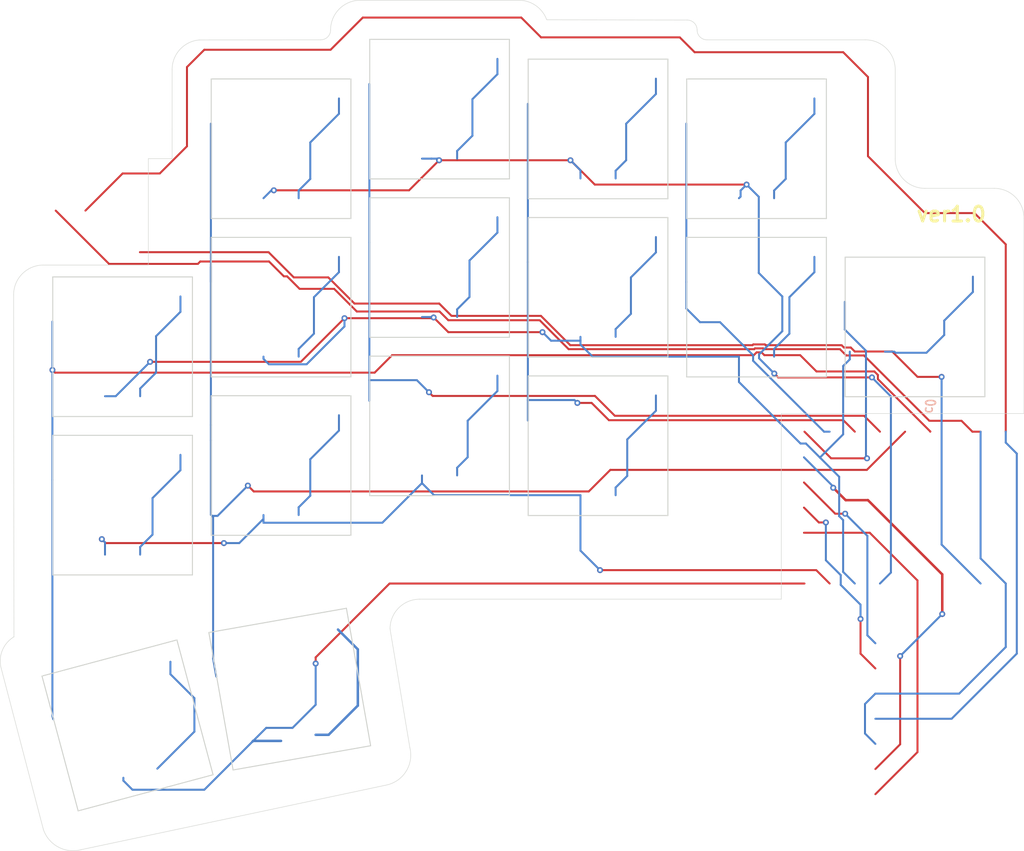
<source format=kicad_pcb>
(kicad_pcb (version 20241229) (generator "pcbnew") (generator_version "9.0")
  (layers (0 "F.Cu" signal) (2 "B.Cu" signal) (13 "F.Paste" user) (15 "B.Paste" user) (5 "F.SilkS" user "F.Silkscreen") (7 "B.SilkS" user "B.Silkscreen") (1 "F.Mask" user) (3 "B.Mask" user) (25 "Edge.Cuts" user))
  (net 0 "")
  (net 1 "Net-(D21-A)")
  (net 2 "row0")
  (net 3 "Net-(D22-A)")
  (net 4 "Net-(D23-A)")
  (net 5 "Net-(D24-A)")
  (net 6 "row1")
  (net 7 "Net-(D25-A)")
  (net 8 "Net-(D26-A)")
  (net 9 "Net-(D27-A)")
  (net 10 "Net-(D28-A)")
  (net 11 "Net-(D29-A)")
  (net 12 "Net-(D30-A)")
  (net 13 "row2")
  (net 14 "Net-(D31-A)")
  (net 15 "Net-(D32-A)")
  (net 16 "Net-(D33-A)")
  (net 17 "Net-(D34-A)")
  (net 18 "Net-(D35-A)")
  (net 19 "row3")
  (net 20 "Net-(D36-A)")
  (net 21 "data")
  (net 22 "GND")
  (net 23 "VCC")
  (net 24 "MISO")
  (net 25 "NCS")
  (net 26 "MOSI")
  (net 27 "SCLK")
  (net 28 "col1")
  (net 29 "col2")
  (net 30 "col3")
  (net 31 "col0")
  (net 32 "col4")
  (net 33 "col5")
  (footprint "isw-kbd:SW_Hole_CherryMX_16mm" (layer "F.Cu") (at 111 82)
    (property "Reference" "SW25" (hide yes))
    (property "Value" "SW_PUSH" (hide yes))
    (fp_line (start -7.05 -7.05) (end 7.05 -7.05) (stroke (width 0.1)) (layer "Edge.Cuts"))
    (fp_line (start -7.05 7.05) (end -7.05 -7.05) (stroke (width 0.1)) (layer "Edge.Cuts"))
    (fp_line (start 7.05 -7.05) (end 7.05 7.05) (stroke (width 0.1)) (layer "Edge.Cuts"))
    (fp_line (start 7.05 7.05) (end -7.05 7.05) (stroke (width 0.1)) (layer "Edge.Cuts"))
  )
  (footprint "isw-kbd:SW_Hole_CherryMX_16mm" (layer "F.Cu") (at 127 62)
    (property "Reference" "SW21" (hide yes))
    (property "Value" "SW_PUSH" (hide yes))
    (fp_line (start -7.05 -7.05) (end 7.05 -7.05) (stroke (width 0.1)) (layer "Edge.Cuts"))
    (fp_line (start -7.05 7.05) (end -7.05 -7.05) (stroke (width 0.1)) (layer "Edge.Cuts"))
    (fp_line (start 7.05 -7.05) (end 7.05 7.05) (stroke (width 0.1)) (layer "Edge.Cuts"))
    (fp_line (start 7.05 7.05) (end -7.05 7.05) (stroke (width 0.1)) (layer "Edge.Cuts"))
  )
  (footprint "isw-kbd:SW_Hole_CherryMX_16mm" (layer "F.Cu") (at 159 76)
    (property "Reference" "SW28" (hide yes))
    (property "Value" "SW_PUSH" (hide yes))
    (fp_line (start -7.05 -7.05) (end 7.05 -7.05) (stroke (width 0.1)) (layer "Edge.Cuts"))
    (fp_line (start -7.05 7.05) (end -7.05 -7.05) (stroke (width 0.1)) (layer "Edge.Cuts"))
    (fp_line (start 7.05 -7.05) (end 7.05 7.05) (stroke (width 0.1)) (layer "Edge.Cuts"))
    (fp_line (start 7.05 7.05) (end -7.05 7.05) (stroke (width 0.1)) (layer "Edge.Cuts"))
  )
  (footprint "isw-kbd:SW_Hole_CherryMX_16mm" (layer "F.Cu") (at 127 94)
    (property "Reference" "SW32" (hide yes))
    (property "Value" "SW_PUSH" (hide yes))
    (fp_line (start -7.05 -7.05) (end 7.05 -7.05) (stroke (width 0.1)) (layer "Edge.Cuts"))
    (fp_line (start -7.05 7.05) (end -7.05 -7.05) (stroke (width 0.1)) (layer "Edge.Cuts"))
    (fp_line (start 7.05 -7.05) (end 7.05 7.05) (stroke (width 0.1)) (layer "Edge.Cuts"))
    (fp_line (start 7.05 7.05) (end -7.05 7.05) (stroke (width 0.1)) (layer "Edge.Cuts"))
  )
  (footprint "isw-kbd:SW_Hole_CherryMX_16mm" (layer "F.Cu") (at 143 58)
    (property "Reference" "SW22" (hide yes))
    (property "Value" "SW_PUSH" (hide yes))
    (fp_line (start -7.05 -7.05) (end 7.05 -7.05) (stroke (width 0.1)) (layer "Edge.Cuts"))
    (fp_line (start -7.05 7.05) (end -7.05 -7.05) (stroke (width 0.1)) (layer "Edge.Cuts"))
    (fp_line (start 7.05 -7.05) (end 7.05 7.05) (stroke (width 0.1)) (layer "Edge.Cuts"))
    (fp_line (start 7.05 7.05) (end -7.05 7.05) (stroke (width 0.1)) (layer "Edge.Cuts"))
  )
  (footprint "isw-kbd:SW_Hole_CherryMX_16mm" (layer "F.Cu") (at 143 90)
    (property "Reference" "SW33" (hide yes))
    (property "Value" "SW_PUSH" (hide yes))
    (fp_line (start -7.05 -7.05) (end 7.05 -7.05) (stroke (width 0.1)) (layer "Edge.Cuts"))
    (fp_line (start -7.05 7.05) (end -7.05 -7.05) (stroke (width 0.1)) (layer "Edge.Cuts"))
    (fp_line (start 7.05 -7.05) (end 7.05 7.05) (stroke (width 0.1)) (layer "Edge.Cuts"))
    (fp_line (start 7.05 7.05) (end -7.05 7.05) (stroke (width 0.1)) (layer "Edge.Cuts"))
  )
  (footprint "isw-kbd:SW_Hole_CherryMX_16mm" (layer "F.Cu") (at 159 92)
    (property "Reference" "SW34" (hide yes))
    (property "Value" "SW_PUSH" (hide yes))
    (fp_line (start -7.05 -7.05) (end 7.05 -7.05) (stroke (width 0.1)) (layer "Edge.Cuts"))
    (fp_line (start -7.05 7.05) (end -7.05 -7.05) (stroke (width 0.1)) (layer "Edge.Cuts"))
    (fp_line (start 7.05 -7.05) (end 7.05 7.05) (stroke (width 0.1)) (layer "Edge.Cuts"))
    (fp_line (start 7.05 7.05) (end -7.05 7.05) (stroke (width 0.1)) (layer "Edge.Cuts"))
  )
  (footprint "isw-kbd:SW_Hole_CherryMX_16mm" (layer "F.Cu") (at 175 62)
    (property "Reference" "SW24" (hide yes))
    (property "Value" "SW_PUSH" (hide yes))
    (fp_line (start -7.05 -7.05) (end 7.05 -7.05) (stroke (width 0.1)) (layer "Edge.Cuts"))
    (fp_line (start -7.05 7.05) (end -7.05 -7.05) (stroke (width 0.1)) (layer "Edge.Cuts"))
    (fp_line (start 7.05 -7.05) (end 7.05 7.05) (stroke (width 0.1)) (layer "Edge.Cuts"))
    (fp_line (start 7.05 7.05) (end -7.05 7.05) (stroke (width 0.1)) (layer "Edge.Cuts"))
  )
  (footprint "isw-kbd:SW_Hole_CherryMX_16mm" (layer "F.Cu") (at 143 74)
    (property "Reference" "SW27" (hide yes))
    (property "Value" "SW_PUSH" (hide yes))
    (fp_line (start -7.05 -7.05) (end 7.05 -7.05) (stroke (width 0.1)) (layer "Edge.Cuts"))
    (fp_line (start -7.05 7.05) (end -7.05 -7.05) (stroke (width 0.1)) (layer "Edge.Cuts"))
    (fp_line (start 7.05 -7.05) (end 7.05 7.05) (stroke (width 0.1)) (layer "Edge.Cuts"))
    (fp_line (start 7.05 7.05) (end -7.05 7.05) (stroke (width 0.1)) (layer "Edge.Cuts"))
  )
  (footprint "isw-kbd:SW_Hole_CherryMX_16mm" (layer "F.Cu") (at 159 60)
    (property "Reference" "SW23" (hide yes))
    (property "Value" "SW_PUSH" (hide yes))
    (fp_line (start -7.05 -7.05) (end 7.05 -7.05) (stroke (width 0.1)) (layer "Edge.Cuts"))
    (fp_line (start -7.05 7.05) (end -7.05 -7.05) (stroke (width 0.1)) (layer "Edge.Cuts"))
    (fp_line (start 7.05 -7.05) (end 7.05 7.05) (stroke (width 0.1)) (layer "Edge.Cuts"))
    (fp_line (start 7.05 7.05) (end -7.05 7.05) (stroke (width 0.1)) (layer "Edge.Cuts"))
  )
  (footprint "kbd_Hole:m2_Screw_Hole" (layer "F.Cu") (at 115.75 67.5 90)
    (property "Reference" "Ref**")
    (property "Value" "Val**")
    (pad "" np_thru_hole circle (at 0 0 90) (size 2.2 2.2) (drill 2.2) (layers "*.Cu" "*.Mask"))
  )
  (footprint "isw-kbd:SW_Hole_CherryMX_16mm" (layer "F.Cu") (at 111 98)
    (property "Reference" "SW31" (hide yes))
    (property "Value" "SW_PUSH" (hide yes))
    (fp_line (start -7.05 -7.05) (end 7.05 -7.05) (stroke (width 0.1)) (layer "Edge.Cuts"))
    (fp_line (start -7.05 7.05) (end -7.05 -7.05) (stroke (width 0.1)) (layer "Edge.Cuts"))
    (fp_line (start 7.05 -7.05) (end 7.05 7.05) (stroke (width 0.1)) (layer "Edge.Cuts"))
    (fp_line (start 7.05 7.05) (end -7.05 7.05) (stroke (width 0.1)) (layer "Edge.Cuts"))
  )
  (footprint "kbd_Hole:m2_Screw_Hole" (layer "F.Cu") (at 171.75 99.25)
    (property "Reference" "Ref**")
    (property "Value" "Val**")
    (pad "" np_thru_hole circle (at 0 0) (size 2.2 2.2) (drill 2.2) (layers "*.Cu" "*.Mask"))
  )
  (footprint "isw-kbd:SW_Hole_CherryMX_16mm" (layer "F.Cu") (at 191 80)
    (property "Reference" "SW30" (hide yes))
    (property "Value" "SW_PUSH" (hide yes))
    (fp_line (start -7.05 -7.05) (end 7.05 -7.05) (stroke (width 0.1)) (layer "Edge.Cuts"))
    (fp_line (start -7.05 7.05) (end -7.05 -7.05) (stroke (width 0.1)) (layer "Edge.Cuts"))
    (fp_line (start 7.05 -7.05) (end 7.05 7.05) (stroke (width 0.1)) (layer "Edge.Cuts"))
    (fp_line (start 7.05 7.05) (end -7.05 7.05) (stroke (width 0.1)) (layer "Edge.Cuts"))
  )
  (footprint "isw-kbd:SW_Hole_CherryMX_16mm" (layer "F.Cu") (at 127 78)
    (property "Reference" "SW26" (hide yes))
    (property "Value" "SW_PUSH" (hide yes))
    (fp_line (start -7.05 -7.05) (end 7.05 -7.05) (stroke (width 0.1)) (layer "Edge.Cuts"))
    (fp_line (start -7.05 7.05) (end -7.05 -7.05) (stroke (width 0.1)) (layer "Edge.Cuts"))
    (fp_line (start 7.05 -7.05) (end 7.05 7.05) (stroke (width 0.1)) (layer "Edge.Cuts"))
    (fp_line (start 7.05 7.05) (end -7.05 7.05) (stroke (width 0.1)) (layer "Edge.Cuts"))
  )
  (footprint "isw-kbd:SW_Hole_CherryMX_16mm" (layer "F.Cu") (at 127.8763 116.5861 10)
    (property "Reference" "SW36" (hide yes))
    (property "Value" "SW_PUSH" (hide yes))
    (fp_line (start -7.05 -7.05) (end 7.05 -7.05) (stroke (width 0.1)) (layer "Edge.Cuts"))
    (fp_line (start -7.05 7.05) (end -7.05 -7.05) (stroke (width 0.1)) (layer "Edge.Cuts"))
    (fp_line (start 7.05 -7.05) (end 7.05 7.05) (stroke (width 0.1)) (layer "Edge.Cuts"))
    (fp_line (start 7.05 7.05) (end -7.05 7.05) (stroke (width 0.1)) (layer "Edge.Cuts"))
  )
  (footprint "kbd_Hole:m2_Screw_Hole" (layer "F.Cu") (at 107.5 109.5)
    (property "Reference" "Ref**")
    (property "Value" "Val**")
    (pad "" np_thru_hole circle (at 0 0) (size 2.2 2.2) (drill 2.2) (layers "*.Cu" "*.Mask"))
  )
  (footprint "isw-kbd:SW_Hole_CherryMX_16mm" (layer "F.Cu") (at 111.5 120.25 15)
    (property "Reference" "SW35" (hide yes))
    (property "Value" "SW_PUSH" (hide yes))
    (fp_line (start -7.05 -7.05) (end 7.05 -7.05) (stroke (width 0.1)) (layer "Edge.Cuts"))
    (fp_line (start -7.05 7.05) (end -7.05 -7.05) (stroke (width 0.1)) (layer "Edge.Cuts"))
    (fp_line (start 7.05 -7.05) (end 7.05 7.05) (stroke (width 0.1)) (layer "Edge.Cuts"))
    (fp_line (start 7.05 7.05) (end -7.05 7.05) (stroke (width 0.1)) (layer "Edge.Cuts"))
  )
  (footprint "isw-kbd:SW_Hole_CherryMX_16mm" (layer "F.Cu") (at 175 78)
    (property "Reference" "SW29" (hide yes))
    (property "Value" "SW_PUSH" (hide yes))
    (fp_line (start -7.05 -7.05) (end 7.05 -7.05) (stroke (width 0.1)) (layer "Edge.Cuts"))
    (fp_line (start -7.05 7.05) (end -7.05 -7.05) (stroke (width 0.1)) (layer "Edge.Cuts"))
    (fp_line (start 7.05 -7.05) (end 7.05 7.05) (stroke (width 0.1)) (layer "Edge.Cuts"))
    (fp_line (start 7.05 7.05) (end -7.05 7.05) (stroke (width 0.1)) (layer "Edge.Cuts"))
  )
  (footprint "kbd_Hole:m2_Screw_Hole" (layer "F.Cu") (at 186.5 68)
    (property "Reference" "Ref**")
    (property "Value" "Val**")
    (pad "" np_thru_hole circle (at 0 0) (size 2.2 2.2) (drill 2.2) (layers "*.Cu" "*.Mask"))
  )
  (gr_arc (start 140 122.5) (mid 139.65165 124.84099) (end 137.75 126.25) (stroke (width 0.05)) (layer "Edge.Cuts"))
  (gr_line (start 106.83205 132.80085) (end 137.75 126.25) (stroke (width 0.05)) (layer "Edge.Cuts"))
  (gr_line (start 113.6 73.75) (end 113.6 63) (stroke (width 0.05)) (layer "Edge.Cuts"))
  (gr_arc (start 100 76.75) (mid 100.87868 74.62868) (end 103 73.75) (stroke (width 0.05)) (layer "Edge.Cuts"))
  (gr_line (start 202 88.75) (end 202 69) (stroke (width 0.05)) (layer "Edge.Cuts"))
  (gr_arc (start 168 49) (mid 168.707107 49.292893) (end 169 50) (stroke (width 0.05)) (layer "Edge.Cuts"))
  (gr_arc (start 186 51) (mid 188.12132 51.87868) (end 189 54) (stroke (width 0.05)) (layer "Edge.Cuts"))
  (gr_line (start 116 54) (end 116 60) (stroke (width 0.05)) (layer "Edge.Cuts"))
  (gr_arc (start 170 51) (mid 169.292893 50.707107) (end 169 50) (stroke (width 0.05)) (layer "Edge.Cuts"))
  (gr_line (start 168 49) (end 153.81938 48.974771) (stroke (width 0.05)) (layer "Edge.Cuts"))
  (gr_arc (start 199 66) (mid 201.12132 66.87868) (end 202 69) (stroke (width 0.05)) (layer "Edge.Cuts"))
  (gr_arc (start 116 54) (mid 116.792353 51.968671) (end 118.750864 51.010363) (stroke (width 0.05)) (layer "Edge.Cuts"))
  (gr_line (start 189 63) (end 189 54) (stroke (width 0.05)) (layer "Edge.Cuts"))
  (gr_line (start 113.6 63) (end 116 63) (stroke (width 0.05)) (layer "Edge.Cuts"))
  (gr_arc (start 98.75 114.5) (mid 98.855085 112.687257) (end 100.033461 111.305769) (stroke (width 0.05)) (layer "Edge.Cuts"))
  (gr_arc (start 138 110.5) (mid 138.87868 108.37868) (end 141 107.5) (stroke (width 0.05)) (layer "Edge.Cuts"))
  (gr_line (start 100 76.75) (end 100.033461 111.305769) (stroke (width 0.05)) (layer "Edge.Cuts"))
  (gr_line (start 202 88.75) (end 177.5 88.75) (stroke (width 0.05)) (layer "Edge.Cuts"))
  (gr_line (start 140 122.5) (end 138 110.5) (stroke (width 0.05)) (layer "Edge.Cuts"))
  (gr_line (start 177.5 88.75) (end 177.5 107.5) (stroke (width 0.05)) (layer "Edge.Cuts"))
  (gr_arc (start 132 50) (mid 131.707107 50.707107) (end 131 51) (stroke (width 0.05)) (layer "Edge.Cuts"))
  (gr_arc (start 151 47) (mid 152.721092 47.542798) (end 153.81938 48.974771) (stroke (width 0.05)) (layer "Edge.Cuts"))
  (gr_line (start 116 63) (end 116 60) (stroke (width 0.05)) (layer "Edge.Cuts"))
  (gr_arc (start 192 66) (mid 189.87868 65.12132) (end 189 63) (stroke (width 0.05)) (layer "Edge.Cuts"))
  (gr_arc (start 132 50) (mid 132.87868 47.87868) (end 135 47) (stroke (width 0.05)) (layer "Edge.Cuts"))
  (gr_arc (start 106.83205 132.800851) (mid 104.507854 132.5381) (end 103 130.75) (stroke (width 0.05)) (layer "Edge.Cuts"))
  (gr_line (start 151 47) (end 135 47) (stroke (width 0.05)) (layer "Edge.Cuts"))
  (gr_line (start 131 51) (end 118.750864 51.010363) (stroke (width 0.05)) (layer "Edge.Cuts"))
  (gr_line (start 113.6 73.75) (end 103 73.75) (stroke (width 0.05)) (layer "Edge.Cuts"))
  (gr_line (start 141 107.5) (end 177.5 107.5) (stroke (width 0.05)) (layer "Edge.Cuts"))
  (gr_line (start 186 51) (end 170 51) (stroke (width 0.05)) (layer "Edge.Cuts"))
  (gr_line (start 98.75 114.5) (end 103 130.75) (stroke (width 0.05)) (layer "Edge.Cuts"))
  (gr_line (start 192 66) (end 199 66) (stroke (width 0.05)) (layer "Edge.Cuts"))
  (gr_text "ver1.0" (at 191 69.5 0) (layer "F.SilkS") (effects (font (size 1.5 1.5) (thickness 0.3) (bold yes)) (justify left bottom)))
  (gr_text "c0" (at 191.93825 88.818095 270) (layer "B.SilkS") (effects (font (size 1 0.8)) (justify left bottom mirror)))
  (segment (start 129.9485 61.3652) (end 132.842 58.4717) (width 0.2) (layer "B.Cu") (net 1))
  (segment (start 128.775 66.2233) (end 129.9485 65.0498) (width 0.2) (layer "B.Cu") (net 1))
  (segment (start 132.842 56.92) (end 132.842 58.4717) (width 0.2) (layer "B.Cu") (net 1))
  (segment (start 129.9485 65.0498) (end 129.9485 61.3652) (width 0.2) (layer "B.Cu") (net 1))
  (segment (start 128.775 67) (end 128.775 66.2233) (width 0.2) (layer "B.Cu") (net 1))
  (segment (start 158.6704 65.6202) (end 173.9951 65.6202) (width 0.2) (layer "F.Cu") (net 2))
  (segment (start 142.9555 63.1641) (end 156.2143 63.1641) (width 0.2) (layer "F.Cu") (net 2))
  (segment (start 142.9555 63.1641) (end 139.9194 66.2002) (width 0.2) (layer "F.Cu") (net 2))
  (segment (start 139.9194 66.2002) (end 126.2686 66.2002) (width 0.2) (layer "F.Cu") (net 2))
  (segment (start 156.2143 63.1641) (end 158.6704 65.6202) (width 0.2) (layer "F.Cu") (net 2))
  (segment (start 177.1868 85.1007) (end 186.6498 85.1007) (width 0.2) (layer "F.Cu") (net 2))
  (segment (start 177.1868 85.1007) (end 176.79305 84.70695) (width 0.2) (layer "F.Cu") (net 2))
  (via (at 186.6498 85.1007) (size 0.6) (drill 0.3) (layers "F.Cu" "B.Cu") (net 2))
  (via (at 126.2686 66.2002) (size 0.6) (drill 0.3) (layers "F.Cu" "B.Cu") (net 2))
  (via (at 156.2143 63.1641) (size 0.6) (drill 0.3) (layers "F.Cu" "B.Cu") (net 2))
  (via (at 173.9951 65.6202) (size 0.6) (drill 0.3) (layers "F.Cu" "B.Cu") (net 2))
  (via (at 142.9555 63.1641) (size 0.6) (drill 0.3) (layers "F.Cu" "B.Cu") (net 2))
  (via (at 176.79305 84.70695) (size 0.6) (drill 0.3) (layers "F.Cu" "B.Cu") (net 2))
  (segment (start 175.2269 74.5475) (end 175.2269 66.852) (width 0.2) (layer "B.Cu") (net 2))
  (segment (start 126.2686 66.2002) (end 126.0248 66.2002) (width 0.2) (layer "B.Cu") (net 2))
  (segment (start 186.6498 85.1007) (end 188.5644 87.0153) (width 0.2) (layer "B.Cu") (net 2))
  (segment (start 157.225 64.1748) (end 156.2143 63.1641) (width 0.2) (layer "B.Cu") (net 2))
  (segment (start 175.2572 83.1711) (end 175.2572 82.7747) (width 0.2) (layer "B.Cu") (net 2))
  (segment (start 177.6017 76.9223) (end 175.2269 74.5475) (width 0.2) (layer "B.Cu") (net 2))
  (segment (start 175.2572 82.7747) (end 177.6017 80.4302) (width 0.2) (layer "B.Cu") (net 2))
  (segment (start 173.9951 65.6202) (end 173.392 66.2233) (width 0.2) (layer "B.Cu") (net 2))
  (segment (start 142.7914 63) (end 142.9555 63.1641) (width 0.2) (layer "B.Cu") (net 2))
  (segment (start 188.5644 104.8156) (end 187.46 105.92) (width 0.2) (layer "B.Cu") (net 2))
  (segment (start 188.5644 87.0153) (end 188.5644 104.8156) (width 0.2) (layer "B.Cu") (net 2))
  (segment (start 142.1767 63) (end 142.7914 63) (width 0.2) (layer "B.Cu") (net 2))
  (segment (start 173.392 66.833) (end 173.225 67) (width 0.2) (layer "B.Cu") (net 2))
  (segment (start 177.6017 80.4302) (end 177.6017 76.9223) (width 0.2) (layer "B.Cu") (net 2))
  (segment (start 175.2269 66.852) (end 173.9951 65.6202) (width 0.2) (layer "B.Cu") (net 2))
  (segment (start 173.392 66.2233) (end 173.392 66.833) (width 0.2) (layer "B.Cu") (net 2))
  (segment (start 157.225 65) (end 157.225 64.1748) (width 0.2) (layer "B.Cu") (net 2))
  (segment (start 126.0248 66.2002) (end 125.225 67) (width 0.2) (layer "B.Cu") (net 2))
  (segment (start 141.225 63) (end 142.1767 63) (width 0.2) (layer "B.Cu") (net 2))
  (segment (start 176.79305 84.70695) (end 175.2572 83.1711) (width 0.2) (layer "B.Cu") (net 2))
  (segment (start 148.842 52.92) (end 148.842 54.4717) (width 0.2) (layer "B.Cu") (net 3))
  (segment (start 146.3179 60.6804) (end 146.3179 56.9958) (width 0.2) (layer "B.Cu") (net 3))
  (segment (start 146.3179 56.9958) (end 148.842 54.4717) (width 0.2) (layer "B.Cu") (net 3))
  (segment (start 144.775 63) (end 144.775 62.2233) (width 0.2) (layer "B.Cu") (net 3))
  (segment (start 144.775 62.2233) (end 146.3179 60.6804) (width 0.2) (layer "B.Cu") (net 3))
  (segment (start 164.842 54.92) (end 164.842 56.4717) (width 0.2) (layer "B.Cu") (net 4))
  (segment (start 161.8394 59.4743) (end 161.8394 63.1589) (width 0.2) (layer "B.Cu") (net 4))
  (segment (start 164.842 56.4717) (end 161.8394 59.4743) (width 0.2) (layer "B.Cu") (net 4))
  (segment (start 161.8394 63.1589) (end 160.775 64.2233) (width 0.2) (layer "B.Cu") (net 4))
  (segment (start 160.775 65) (end 160.775 64.2233) (width 0.2) (layer "B.Cu") (net 4))
  (segment (start 177.9485 61.3652) (end 180.842 58.4717) (width 0.2) (layer "B.Cu") (net 5))
  (segment (start 180.842 56.92) (end 180.842 58.4717) (width 0.2) (layer "B.Cu") (net 5))
  (segment (start 176.775 67) (end 176.775 66.2233) (width 0.2) (layer "B.Cu") (net 5))
  (segment (start 176.775 66.2233) (end 177.9485 65.0498) (width 0.2) (layer "B.Cu") (net 5))
  (segment (start 177.9485 65.0498) (end 177.9485 61.3652) (width 0.2) (layer "B.Cu") (net 5))
  (segment (start 142.3296 79.1179) (end 142.4019 79.0456) (width 0.2) (layer "F.Cu") (net 6))
  (segment (start 133.4027 79.1179) (end 142.3296 79.1179) (width 0.2) (layer "F.Cu") (net 6))
  (segment (start 153.3893 80.5266) (end 143.8829 80.5266) (width 0.2) (layer "F.Cu") (net 6))
  (segment (start 128.9965 83.5241) (end 133.4027 79.1179) (width 0.2) (layer "F.Cu") (net 6))
  (segment (start 113.7798 83.5241) (end 128.9965 83.5241) (width 0.2) (layer "F.Cu") (net 6))
  (segment (start 143.8829 80.5266) (end 142.4019 79.0456) (width 0.2) (layer "F.Cu") (net 6))
  (via (at 153.3893 80.5266) (size 0.6) (drill 0.3) (layers "F.Cu" "B.Cu") (net 6))
  (via (at 113.7798 83.5241) (size 0.6) (drill 0.3) (layers "F.Cu" "B.Cu") (net 6))
  (via (at 133.4027 79.1179) (size 0.6) (drill 0.3) (layers "F.Cu" "B.Cu") (net 6))
  (via (at 142.4019 79.0456) (size 0.6) (drill 0.3) (layers "F.Cu" "B.Cu") (net 6))
  (segment (start 133.4027 79.948) (end 133.4027 79.1179) (width 0.2) (layer "B.Cu") (net 6))
  (segment (start 157.225 81) (end 157.225 81.3883) (width 0.2) (layer "B.Cu") (net 6))
  (segment (start 142.3563 79) (end 142.1767 79) (width 0.2) (layer "B.Cu") (net 6))
  (segment (start 158.4483 83) (end 157.225 81.7767) (width 0.2) (layer "B.Cu") (net 6))
  (segment (start 179.4399 91.7763) (end 179.9825 91.7763) (width 0.2) (layer "B.Cu") (net 6))
  (segment (start 129.574 83.7767) (end 133.4027 79.948) (width 0.2) (layer "B.Cu") (net 6))
  (segment (start 183.3464 99.1148) (end 183.3433 99.1117) (width 0.2) (layer "B.Cu") (net 6))
  (segment (start 181.4004 93.1941) (end 183.7456 90.8489) (width 0.2) (layer "B.Cu") (net 6))
  (segment (start 157.225 81.3883) (end 154.251 81.3883) (width 0.2) (layer "B.Cu") (net 6))
  (segment (start 183.3433 99.1117) (end 183.3433 95.1371) (width 0.2) (layer "B.Cu") (net 6))
  (segment (start 142.4019 79.0456) (end 142.3563 79) (width 0.2) (layer "B.Cu") (net 6))
  (segment (start 183.3433 95.1371) (end 181.4004 93.1941) (width 0.2) (layer "B.Cu") (net 6))
  (segment (start 141.225 79) (end 142.1767 79) (width 0.2) (layer "B.Cu") (net 6))
  (segment (start 183.7456 90.8489) (end 183.7456 83.9461) (width 0.2) (layer "B.Cu") (net 6))
  (segment (start 184.415 82.5) (end 184.415 83.2767) (width 0.2) (layer "B.Cu") (net 6))
  (segment (start 183.7456 83.9461) (end 184.415 83.2767) (width 0.2) (layer "B.Cu") (net 6))
  (segment (start 179.9825 91.7763) (end 181.4004 93.1941) (width 0.2) (layer "B.Cu") (net 6))
  (segment (start 125.7767 83.7767) (end 129.574 83.7767) (width 0.2) (layer "B.Cu") (net 6))
  (segment (start 109.225 87) (end 110.3039 87) (width 0.2) (layer "B.Cu") (net 6))
  (segment (start 184.92 105.92) (end 183.7441 104.7441) (width 0.2) (layer "B.Cu") (net 6))
  (segment (start 157.225 81.3883) (end 157.225 81.7767) (width 0.2) (layer "B.Cu") (net 6))
  (segment (start 125.225 83) (end 125.225 83.225) (width 0.2) (layer "B.Cu") (net 6))
  (segment (start 154.251 81.3883) (end 153.3893 80.5266) (width 0.2) (layer "B.Cu") (net 6))
  (segment (start 173.225 83) (end 173.225 85.5614) (width 0.2) (layer "B.Cu") (net 6))
  (segment (start 183.7441 104.7441) (end 183.7441 99.5145) (width 0.2) (layer "B.Cu") (net 6))
  (segment (start 173.225 83) (end 158.4483 83) (width 0.2) (layer "B.Cu") (net 6))
  (segment (start 183.7441 99.5145) (end 183.3464 99.1168) (width 0.2) (layer "B.Cu") (net 6))
  (segment (start 183.3464 99.1168) (end 183.3464 99.1148) (width 0.2) (layer "B.Cu") (net 6))
  (segment (start 125.225 83.225) (end 125.7767 83.7767) (width 0.2) (layer "B.Cu") (net 6))
  (segment (start 110.3039 87) (end 113.7798 83.5241) (width 0.2) (layer "B.Cu") (net 6))
  (segment (start 173.225 85.5614) (end 179.4399 91.7763) (width 0.2) (layer "B.Cu") (net 6))
  (segment (start 116.842 76.92) (end 116.842 78.4717) (width 0.2) (layer "B.Cu") (net 7))
  (segment (start 114.3815 80.9322) (end 116.842 78.4717) (width 0.2) (layer "B.Cu") (net 7))
  (segment (start 114.3815 84.6168) (end 114.3815 80.9322) (width 0.2) (layer "B.Cu") (net 7))
  (segment (start 112.775 86.2233) (end 114.3815 84.6168) (width 0.2) (layer "B.Cu") (net 7))
  (segment (start 112.775 87) (end 112.775 86.2233) (width 0.2) (layer "B.Cu") (net 7))
  (segment (start 132.842 74.4717) (end 130.3179 76.9958) (width 0.2) (layer "B.Cu") (net 8))
  (segment (start 130.3179 80.6804) (end 128.775 82.2233) (width 0.2) (layer "B.Cu") (net 8))
  (segment (start 130.3179 76.9958) (end 130.3179 80.6804) (width 0.2) (layer "B.Cu") (net 8))
  (segment (start 128.775 83) (end 128.775 82.2233) (width 0.2) (layer "B.Cu") (net 8))
  (segment (start 132.842 72.92) (end 132.842 74.4717) (width 0.2) (layer "B.Cu") (net 8))
  (segment (start 146.0244 76.9739) (end 144.775 78.2233) (width 0.2) (layer "B.Cu") (net 9))
  (segment (start 148.842 68.92) (end 148.842 70.4717) (width 0.2) (layer "B.Cu") (net 9))
  (segment (start 148.842 70.4717) (end 146.0244 73.2893) (width 0.2) (layer "B.Cu") (net 9))
  (segment (start 146.0244 73.2893) (end 146.0244 76.9739) (width 0.2) (layer "B.Cu") (net 9))
  (segment (start 144.775 79) (end 144.775 78.2233) (width 0.2) (layer "B.Cu") (net 9))
  (segment (start 164.842 70.92) (end 164.842 72.4717) (width 0.2) (layer "B.Cu") (net 10))
  (segment (start 160.775 81) (end 160.775 80.2233) (width 0.2) (layer "B.Cu") (net 10))
  (segment (start 160.775 80.2233) (end 162.3179 78.6804) (width 0.2) (layer "B.Cu") (net 10))
  (segment (start 162.3179 74.9958) (end 164.842 72.4717) (width 0.2) (layer "B.Cu") (net 10))
  (segment (start 162.3179 78.6804) (end 162.3179 74.9958) (width 0.2) (layer "B.Cu") (net 10))
  (segment (start 176.775 82.2233) (end 178.3179 80.6804) (width 0.2) (layer "B.Cu") (net 11))
  (segment (start 178.3179 80.6804) (end 178.3179 76.9958) (width 0.2) (layer "B.Cu") (net 11))
  (segment (start 178.3179 76.9958) (end 180.842 74.4717) (width 0.2) (layer "B.Cu") (net 11))
  (segment (start 176.775 83) (end 176.775 82.2233) (width 0.2) (layer "B.Cu") (net 11))
  (segment (start 180.842 72.92) (end 180.842 74.4717) (width 0.2) (layer "B.Cu") (net 11))
  (segment (start 192.1553 82.6068) (end 193.9485 80.8136) (width 0.2) (layer "B.Cu") (net 12))
  (segment (start 196.842 74.92) (end 196.842 76.4717) (width 0.2) (layer "B.Cu") (net 12))
  (segment (start 193.9485 79.3652) (end 196.842 76.4717) (width 0.2) (layer "B.Cu") (net 12))
  (segment (start 188.9167 82.5) (end 189.0235 82.6068) (width 0.2) (layer "B.Cu") (net 12))
  (segment (start 193.9485 80.8136) (end 193.9485 79.3652) (width 0.2) (layer "B.Cu") (net 12))
  (segment (start 187.965 82.5) (end 188.9167 82.5) (width 0.2) (layer "B.Cu") (net 12))
  (segment (start 189.0235 82.6068) (end 192.1553 82.6068) (width 0.2) (layer "B.Cu") (net 12))
  (segment (start 109.3007 101.8342) (end 108.9037 101.4372) (width 0.2) (layer "F.Cu") (net 13))
  (segment (start 121.229 101.8342) (end 109.3007 101.8342) (width 0.2) (layer "F.Cu") (net 13))
  (segment (start 181.0295 104.5695) (end 159.2016 104.5695) (width 0.2) (layer "F.Cu") (net 13))
  (segment (start 182.38 105.92) (end 181.0295 104.5695) (width 0.2) (layer "F.Cu") (net 13))
  (via (at 159.2016 104.5695) (size 0.6) (drill 0.3) (layers "F.Cu" "B.Cu") (net 13))
  (via (at 121.229 101.8342) (size 0.6) (drill 0.3) (layers "F.Cu" "B.Cu") (net 13))
  (via (at 108.9037 101.4372) (size 0.6) (drill 0.3) (layers "F.Cu" "B.Cu") (net 13))
  (segment (start 125.225 99.3883) (end 125.225 99.7767) (width 0.2) (layer "B.Cu") (net 13))
  (segment (start 108.9037 101.4372) (end 109.225 101.7585) (width 0.2) (layer "B.Cu") (net 13))
  (segment (start 125.225 99) (end 125.225 99.3883) (width 0.2) (layer "B.Cu") (net 13))
  (segment (start 125.225 99.3883) (end 122.7791 101.8342) (width 0.2) (layer "B.Cu") (net 13))
  (segment (start 122.7791 101.8342) (end 121.229 101.8342) (width 0.2) (layer "B.Cu") (net 13))
  (segment (start 109.225 101.7585) (end 109.225 103) (width 0.2) (layer "B.Cu") (net 13))
  (segment (start 157.225 102.5929) (end 157.225 97) (width 0.2) (layer "B.Cu") (net 13))
  (segment (start 142.4483 97) (end 141.225 95.7767) (width 0.2) (layer "B.Cu") (net 13))
  (segment (start 141.225 95) (end 141.225 95.7767) (width 0.2) (layer "B.Cu") (net 13))
  (segment (start 125.225 99.7767) (end 137.225 99.7767) (width 0.2) (layer "B.Cu") (net 13))
  (segment (start 157.225 97) (end 142.4483 97) (width 0.2) (layer "B.Cu") (net 13))
  (segment (start 137.225 99.7767) (end 141.225 95.7767) (width 0.2) (layer "B.Cu") (net 13))
  (segment (start 159.2016 104.5695) (end 157.225 102.5929) (width 0.2) (layer "B.Cu") (net 13))
  (segment (start 116.842 92.92) (end 116.842 94.4717) (width 0.2) (layer "B.Cu") (net 14))
  (segment (start 114.0244 100.9739) (end 112.775 102.2233) (width 0.2) (layer "B.Cu") (net 14))
  (segment (start 112.775 103) (end 112.775 102.2233) (width 0.2) (layer "B.Cu") (net 14))
  (segment (start 114.0244 97.2893) (end 114.0244 100.9739) (width 0.2) (layer "B.Cu") (net 14))
  (segment (start 116.842 94.4717) (end 114.0244 97.2893) (width 0.2) (layer "B.Cu") (net 14))
  (segment (start 128.775 99) (end 128.775 98.2233) (width 0.2) (layer "B.Cu") (net 15))
  (segment (start 132.842 88.92) (end 132.842 90.4717) (width 0.2) (layer "B.Cu") (net 15))
  (segment (start 129.9485 93.3652) (end 132.842 90.4717) (width 0.2) (layer "B.Cu") (net 15))
  (segment (start 129.9485 97.0498) (end 129.9485 93.3652) (width 0.2) (layer "B.Cu") (net 15))
  (segment (start 128.775 98.2233) (end 129.9485 97.0498) (width 0.2) (layer "B.Cu") (net 15))
  (segment (start 145.8394 89.4743) (end 145.8394 93.1589) (width 0.2) (layer "B.Cu") (net 16))
  (segment (start 148.842 84.92) (end 148.842 86.4717) (width 0.2) (layer "B.Cu") (net 16))
  (segment (start 148.842 86.4717) (end 145.8394 89.4743) (width 0.2) (layer "B.Cu") (net 16))
  (segment (start 145.8394 93.1589) (end 144.775 94.2233) (width 0.2) (layer "B.Cu") (net 16))
  (segment (start 144.775 95) (end 144.775 94.2233) (width 0.2) (layer "B.Cu") (net 16))
  (segment (start 160.775 97) (end 160.775 96.2233) (width 0.2) (layer "B.Cu") (net 17))
  (segment (start 164.842 86.92) (end 164.842 88.4717) (width 0.2) (layer "B.Cu") (net 17))
  (segment (start 160.775 96.2233) (end 161.9485 95.0498) (width 0.2) (layer "B.Cu") (net 17))
  (segment (start 161.9485 95.0498) (end 161.9485 91.3652) (width 0.2) (layer "B.Cu") (net 17))
  (segment (start 161.9485 91.3652) (end 164.842 88.4717) (width 0.2) (layer "B.Cu") (net 17))
  (segment (start 115.828138 115.078138) (end 115.828138 113.831138) (width 0.2) (layer "B.Cu") (net 18))
  (segment (start 118.25 117.5) (end 115.828138 115.078138) (width 0.2) (layer "B.Cu") (net 18))
  (segment (start 118.25 120.8788) (end 118.25 117.5) (width 0.2) (layer "B.Cu") (net 18))
  (segment (start 115.828138 113.831138) (end 115.8281 113.8311) (width 0.2) (layer "B.Cu") (net 18))
  (segment (start 114.5086 124.6202) (end 118.25 120.8788) (width 0.2) (layer "B.Cu") (net 18))
  (segment (start 137.9528 105.92) (end 179.84 105.92) (width 0.2) (layer "F.Cu") (net 19))
  (segment (start 130.4925 114) (end 130.4925 113.3803) (width 0.2) (layer "F.Cu") (net 19))
  (segment (start 130.4925 113.3803) (end 137.9528 105.92) (width 0.2) (layer "F.Cu") (net 19))
  (via (at 130.4925 114) (size 0.6) (drill 0.3) (layers "F.Cu" "B.Cu") (net 19))
  (segment (start 124.125 121.875) (end 119.25 126.75) (width 0.2) (layer "B.Cu") (net 19))
  (segment (start 125.5 120.5) (end 124.125 121.875) (width 0.2) (layer "B.Cu") (net 19))
  (segment (start 126.996466 121.818326) (end 124.181674 121.818326) (width 0.25) (layer "B.Cu") (net 19))
  (segment (start 112 126.75) (end 111.0796 125.8296) (width 0.2) (layer "B.Cu") (net 19))
  (segment (start 124.181674 121.818326) (end 124.125 121.875) (width 0.25) (layer "B.Cu") (net 19))
  (segment (start 119.25 126.75) (end 112 126.75) (width 0.2) (layer "B.Cu") (net 19))
  (segment (start 130.4925 118.1635) (end 128.156 120.5) (width 0.2) (layer "B.Cu") (net 19))
  (segment (start 128.156 120.5) (end 125.5 120.5) (width 0.2) (layer "B.Cu") (net 19))
  (segment (start 130.4925 114) (end 130.4925 118.1635) (width 0.2) (layer "B.Cu") (net 19))
  (segment (start 111.0796 125.8296) (end 111.0796 125.539) (width 0.2) (layer "B.Cu") (net 19))
  (segment (start 134.75 118.25) (end 134.75 112.57141) (width 0.25) (layer "B.Cu") (net 20))
  (segment (start 131.798126 121.201874) (end 134.75 118.25) (width 0.25) (layer "B.Cu") (net 20))
  (segment (start 134.75 112.57141) (end 132.747414 110.568824) (width 0.25) (layer "B.Cu") (net 20))
  (segment (start 130.492534 121.201874) (end 131.798126 121.201874) (width 0.25) (layer "B.Cu") (net 20))
  (segment (start 175.918 81.845) (end 175.839 81.766) (width 0.2) (layer "F.Cu") (net 21))
  (segment (start 134.4114 77.6395) (end 131.77 74.9981) (width 0.2) (layer "F.Cu") (net 21))
  (segment (start 156.1966 81.845) (end 153.2325 78.8809) (width 0.2) (layer "F.Cu") (net 21))
  (segment (start 193.6832 85.0454) (end 191.2571 85.0454) (width 0.2) (layer "F.Cu") (net 21))
  (segment (start 184.5135 82.0804) (end 183.8234 82.0804) (width 0.2) (layer "F.Cu") (net 21))
  (segment (start 174.5965 81.845) (end 156.1966 81.845) (width 0.2) (layer "F.Cu") (net 21))
  (segment (start 142.9684 77.6395) (end 134.4114 77.6395) (width 0.2) (layer "F.Cu") (net 21))
  (segment (start 125.7375 72.45) (end 112.75 72.45) (width 0.2) (layer "F.Cu") (net 21))
  (segment (start 144.2098 78.8809) (end 142.9684 77.6395) (width 0.2) (layer "F.Cu") (net 21))
  (segment (start 183.8234 82.0804) (end 183.588 81.845) (width 0.2) (layer "F.Cu") (net 21))
  (segment (start 131.77 74.9981) (end 128.2856 74.9981) (width 0.2) (layer "F.Cu") (net 21))
  (segment (start 184.9152 82.4821) (end 184.5135 82.0804) (width 0.2) (layer "F.Cu") (net 21))
  (segment (start 153.2325 78.8809) (end 144.2098 78.8809) (width 0.2) (layer "F.Cu") (net 21))
  (segment (start 174.6755 81.766) (end 174.5965 81.845) (width 0.2) (layer "F.Cu") (net 21))
  (segment (start 175.839 81.766) (end 174.6755 81.766) (width 0.2) (layer "F.Cu") (net 21))
  (segment (start 183.588 81.845) (end 175.918 81.845) (width 0.2) (layer "F.Cu") (net 21))
  (segment (start 191.2571 85.0454) (end 188.6938 82.4821) (width 0.2) (layer "F.Cu") (net 21))
  (segment (start 128.2856 74.9981) (end 125.7375 72.45) (width 0.2) (layer "F.Cu") (net 21))
  (segment (start 188.6938 82.4821) (end 184.9152 82.4821) (width 0.2) (layer "F.Cu") (net 21))
  (via (at 193.6832 85.0454) (size 0.6) (drill 0.3) (layers "F.Cu" "B.Cu") (net 21))
  (segment (start 193.6832 85.0454) (end 193.6832 101.9832) (width 0.2) (layer "B.Cu") (net 21))
  (segment (start 193.6832 101.9832) (end 197.62 105.92) (width 0.2) (layer "B.Cu") (net 21))
  (segment (start 183.4217 82.2467) (end 175.7517 82.2467) (width 0.2) (layer "F.Cu") (net 22))
  (segment (start 175.6727 82.1677) (end 174.8418 82.1677) (width 0.2) (layer "F.Cu") (net 22))
  (segment (start 192.4463 89.4783) (end 185.8519 82.8839) (width 0.2) (layer "F.Cu") (net 22))
  (segment (start 175.7517 82.2467) (end 175.6727 82.1677) (width 0.2) (layer "F.Cu") (net 22))
  (segment (start 109.6329 73.6329) (end 104.25 68.25) (width 0.2) (layer "F.Cu") (net 22))
  (segment (start 185.8519 82.8839) (end 184.0589 82.8839) (width 0.2) (layer "F.Cu") (net 22))
  (segment (start 184.0589 82.8839) (end 183.4217 82.2467) (width 0.2) (layer "F.Cu") (net 22))
  (segment (start 153.1075 79.3239) (end 143.8846 79.3239) (width 0.2) (layer "F.Cu") (net 22))
  (segment (start 196.7938 90.58) (end 195.6921 89.4783) (width 0.2) (layer "F.Cu") (net 22))
  (segment (start 125.7853 73.3912) (end 118.8412 73.3912) (width 0.2) (layer "F.Cu") (net 22))
  (segment (start 174.7628 82.2467) (end 156.0303 82.2467) (width 0.2) (layer "F.Cu") (net 22))
  (segment (start 156.0303 82.2467) (end 153.1075 79.3239) (width 0.2) (layer "F.Cu") (net 22))
  (segment (start 118.5995 73.6329) (end 109.6329 73.6329) (width 0.2) (layer "F.Cu") (net 22))
  (segment (start 195.6921 89.4783) (end 192.4463 89.4783) (width 0.2) (layer "F.Cu") (net 22))
  (segment (start 128.8693 76.1498) (end 127.6121 74.8926) (width 0.2) (layer "F.Cu") (net 22))
  (segment (start 197.62 90.58) (end 196.7938 90.58) (width 0.2) (layer "F.Cu") (net 22))
  (segment (start 134.6452 78.4414) (end 132.3536 76.1498) (width 0.2) (layer "F.Cu") (net 22))
  (segment (start 127.6121 74.8926) (end 127.2867 74.8926) (width 0.2) (layer "F.Cu") (net 22))
  (segment (start 174.8418 82.1677) (end 174.7628 82.2467) (width 0.2) (layer "F.Cu") (net 22))
  (segment (start 118.8412 73.3912) (end 118.5995 73.6329) (width 0.2) (layer "F.Cu") (net 22))
  (segment (start 127.2867 74.8926) (end 125.7853 73.3912) (width 0.2) (layer "F.Cu") (net 22))
  (segment (start 143.8846 79.3239) (end 143.0021 78.4414) (width 0.2) (layer "F.Cu") (net 22))
  (segment (start 132.3536 76.1498) (end 128.8693 76.1498) (width 0.2) (layer "F.Cu") (net 22))
  (segment (start 143.0021 78.4414) (end 134.6452 78.4414) (width 0.2) (layer "F.Cu") (net 22))
  (segment (start 185.949 118.091) (end 185.949 121.069) (width 0.2) (layer "B.Cu") (net 22))
  (segment (start 200.16 112.34) (end 200.16 105.92) (width 0.2) (layer "B.Cu") (net 22))
  (segment (start 187 117.04) (end 195.46 117.04) (width 0.2) (layer "B.Cu") (net 22))
  (segment (start 187 117.04) (end 185.949 118.091) (width 0.2) (layer "B.Cu") (net 22))
  (segment (start 200.16 105.92) (end 197.62 103.38) (width 0.2) (layer "B.Cu") (net 22))
  (segment (start 195.46 117.04) (end 200.16 112.34) (width 0.2) (layer "B.Cu") (net 22))
  (segment (start 197.62 103.38) (end 197.62 90.58) (width 0.2) (layer "B.Cu") (net 22))
  (segment (start 185.949 121.069) (end 187 122.12) (width 0.2) (layer "B.Cu") (net 22))
  (segment (start 186.25 62.75) (end 192 68.5) (width 0.2) (layer "F.Cu") (net 23))
  (segment (start 107.25 68.25) (end 111 64.5) (width 0.2) (layer "F.Cu") (net 23))
  (segment (start 119.25 52) (end 132 52) (width 0.2) (layer "F.Cu") (net 23))
  (segment (start 200.16 71.66) (end 200.16 90.58) (width 0.2) (layer "F.Cu") (net 23))
  (segment (start 153.25 50.75) (end 167.25 50.75) (width 0.2) (layer "F.Cu") (net 23))
  (segment (start 167.25 50.75) (end 168.75 52.25) (width 0.2) (layer "F.Cu") (net 23))
  (segment (start 111 64.5) (end 114.75 64.5) (width 0.2) (layer "F.Cu") (net 23))
  (segment (start 151.25 48.75) (end 153.25 50.75) (width 0.2) (layer "F.Cu") (net 23))
  (segment (start 192 68.5) (end 197 68.5) (width 0.2) (layer "F.Cu") (net 23))
  (segment (start 183.75 52.25) (end 186.25 54.75) (width 0.2) (layer "F.Cu") (net 23))
  (segment (start 114.75 64.5) (end 117.5 61.75) (width 0.2) (layer "F.Cu") (net 23))
  (segment (start 197 68.5) (end 200.16 71.66) (width 0.2) (layer "F.Cu") (net 23))
  (segment (start 132 52) (end 135.25 48.75) (width 0.2) (layer "F.Cu") (net 23))
  (segment (start 186.25 54.75) (end 186.25 62.75) (width 0.2) (layer "F.Cu") (net 23))
  (segment (start 117.5 61.75) (end 117.5 53.75) (width 0.2) (layer "F.Cu") (net 23))
  (segment (start 168.75 52.25) (end 183.75 52.25) (width 0.2) (layer "F.Cu") (net 23))
  (segment (start 117.5 53.75) (end 119.25 52) (width 0.2) (layer "F.Cu") (net 23))
  (segment (start 135.25 48.75) (end 151.25 48.75) (width 0.2) (layer "F.Cu") (net 23))
  (segment (start 187 119.58) (end 194.6947 119.58) (width 0.2) (layer "B.Cu") (net 23))
  (segment (start 200.16 91.6817) (end 200.16 90.58) (width 0.2) (layer "B.Cu") (net 23))
  (segment (start 194.6947 119.58) (end 201.2747 113) (width 0.2) (layer "B.Cu") (net 23))
  (segment (start 201.2747 92.7964) (end 200.16 91.6817) (width 0.2) (layer "B.Cu") (net 23))
  (segment (start 201.2747 113) (end 201.2747 92.7964) (width 0.2) (layer "B.Cu") (net 23))
  (segment (start 179.79 95.71) (end 182.9435 98.8635) (width 0.2) (layer "F.Cu") (net 24))
  (segment (start 182.9435 98.8635) (end 183.9462 98.8635) (width 0.2) (layer "F.Cu") (net 24))
  (via (at 183.9462 98.8635) (size 0.6) (drill 0.3) (layers "F.Cu" "B.Cu") (net 24))
  (segment (start 186.1901 101.1074) (end 186.1901 111.1501) (width 0.2) (layer "B.Cu") (net 24))
  (segment (start 183.9462 98.8635) (end 183.9461 98.8636) (width 0.2) (layer "B.Cu") (net 24))
  (segment (start 186.1901 101.1074) (end 183.9462 98.8635) (width 0.2) (layer "B.Cu") (net 24))
  (segment (start 186.1901 111.1501) (end 187 111.96) (width 0.2) (layer "B.Cu") (net 24))
  (segment (start 183.9461 98.8636) (end 183.9462 98.8635) (width 0.2) (layer "B.Cu") (net 24))
  (segment (start 184 97.5) (end 186.25 97.5) (width 0.25) (layer "F.Cu") (net 25))
  (segment (start 187 124.66) (end 189.5 122.16) (width 0.2) (layer "F.Cu") (net 25))
  (segment (start 182.7433 96.25) (end 182.75 96.25) (width 0.25) (layer "F.Cu") (net 25))
  (segment (start 189.5 122.16) (end 189.5 113.25) (width 0.2) (layer "F.Cu") (net 25))
  (segment (start 193.75 105) (end 193.75 109) (width 0.25) (layer "F.Cu") (net 25))
  (segment (start 182.75 96.25) (end 184 97.5) (width 0.25) (layer "F.Cu") (net 25))
  (segment (start 186.25 97.5) (end 193.75 105) (width 0.25) (layer "F.Cu") (net 25))
  (via (at 182.7433 96.25) (size 0.6) (drill 0.3) (layers "F.Cu" "B.Cu") (net 25))
  (via (at 193.75 109) (size 0.6) (drill 0.3) (layers "F.Cu" "B.Cu") (net 25))
  (via (at 189.5 113.25) (size 0.6) (drill 0.3) (layers "F.Cu" "B.Cu") (net 25))
  (segment (start 189.5 113.25) (end 193.75 109) (width 0.2) (layer "B.Cu") (net 25))
  (segment (start 182.7433 96.1233) (end 182.7433 96.25) (width 0.2) (layer "B.Cu") (net 25))
  (segment (start 179.79 93.17) (end 182.7433 96.1233) (width 0.2) (layer "B.Cu") (net 25))
  (segment (start 187 114.5) (end 185.5 113) (width 0.2) (layer "F.Cu") (net 26))
  (segment (start 182 99.75) (end 181.29 99.75) (width 0.2) (layer "F.Cu") (net 26))
  (segment (start 181.29 99.75) (end 179.79 98.25) (width 0.2) (layer "F.Cu") (net 26))
  (segment (start 185.5 113) (end 185.5 109.5) (width 0.2) (layer "F.Cu") (net 26))
  (via (at 182 99.75) (size 0.6) (drill 0.3) (layers "F.Cu" "B.Cu") (net 26))
  (via (at 185.5 109.5) (size 0.6) (drill 0.3) (layers "F.Cu" "B.Cu") (net 26))
  (segment (start 182 103.5671) (end 183.5 105.0671) (width 0.2) (layer "B.Cu") (net 26))
  (segment (start 185.5 108.05705) (end 185.5 109.5) (width 0.2) (layer "B.Cu") (net 26))
  (segment (start 183.5 106.05705) (end 185.5 108.05705) (width 0.2) (layer "B.Cu") (net 26))
  (segment (start 182 99.75) (end 182 103.5671) (width 0.2) (layer "B.Cu") (net 26))
  (segment (start 183.5 105.0671) (end 183.5 106.05705) (width 0.2) (layer "B.Cu") (net 26))
  (segment (start 186.42705 100.79) (end 191.25 105.61295) (width 0.2) (layer "F.Cu") (net 27))
  (segment (start 191.25 122.95) (end 187 127.2) (width 0.2) (layer "F.Cu") (net 27))
  (segment (start 179.79 100.79) (end 186.42705 100.79) (width 0.2) (layer "F.Cu") (net 27))
  (segment (start 191.25 105.61295) (end 191.25 122.95) (width 0.2) (layer "F.Cu") (net 27))
  (segment (start 158.0609 96.6185) (end 160.2394 94.44) (width 0.2) (layer "F.Cu") (net 28))
  (segment (start 124.2385 96.6185) (end 158.0609 96.6185) (width 0.2) (layer "F.Cu") (net 28))
  (segment (start 123.6464 96.0264) (end 124.2385 96.6185) (width 0.2) (layer "F.Cu") (net 28))
  (segment (start 186.14 94.44) (end 190 90.58) (width 0.2) (layer "F.Cu") (net 28))
  (segment (start 160.2394 94.44) (end 186.14 94.44) (width 0.2) (layer "F.Cu") (net 28))
  (via (at 123.6464 96.0264) (size 0.6) (drill 0.3) (layers "F.Cu" "B.Cu") (net 28))
  (segment (start 119.915 59.46) (end 119.915 73.9639) (width 0.2) (layer "B.Cu") (net 28))
  (segment (start 120.0276 99.0882) (end 120.5846 99.0882) (width 0.2) (layer "B.Cu") (net 28))
  (segment (start 120.1402 99.2008) (end 120.0276 99.0882) (width 0.2) (layer "B.Cu") (net 28))
  (segment (start 120.1402 113.513) (end 120.1402 99.2008) (width 0.2) (layer "B.Cu") (net 28))
  (segment (start 119.915 91.46) (end 119.915 89.9083) (width 0.2) (layer "B.Cu") (net 28))
  (segment (start 120.5846 99.0882) (end 123.6464 96.0264) (width 0.2) (layer "B.Cu") (net 28))
  (segment (start 120.4579 115.315) (end 120.1402 113.513) (width 0.2) (layer "B.Cu") (net 28))
  (segment (start 119.915 73.9639) (end 119.915 89.9083) (width 0.2) (layer "B.Cu") (net 28))
  (segment (start 119.915 98.9756) (end 120.0276 99.0882) (width 0.2) (layer "B.Cu") (net 28))
  (segment (start 119.915 91.46) (end 119.915 98.9756) (width 0.2) (layer "B.Cu") (net 28))
  (segment (start 119.915 73.9639) (end 119.915 75.46) (width 0.2) (layer "B.Cu") (net 28))
  (segment (start 187.46 90.58) (end 185.8517 88.9717) (width 0.2) (layer "F.Cu") (net 29))
  (segment (start 158.6902 86.9717) (end 142.3051 86.9717) (width 0.2) (layer "F.Cu") (net 29))
  (segment (start 185.8517 88.9717) (end 160.6902 88.9717) (width 0.2) (layer "F.Cu") (net 29))
  (segment (start 142.3051 86.9717) (end 141.9344 86.601) (width 0.2) (layer "F.Cu") (net 29))
  (segment (start 160.6902 88.9717) (end 158.6902 86.9717) (width 0.2) (layer "F.Cu") (net 29))
  (via (at 141.9344 86.601) (size 0.6) (drill 0.3) (layers "F.Cu" "B.Cu") (net 29))
  (segment (start 135.915 71.46) (end 135.915 85.3769) (width 0.2) (layer "B.Cu") (net 29))
  (segment (start 135.915 55.46) (end 135.915 71.46) (width 0.2) (layer "B.Cu") (net 29))
  (segment (start 140.7103 85.3769) (end 141.9344 86.601) (width 0.2) (layer "B.Cu") (net 29))
  (segment (start 135.915 85.3769) (end 135.915 87.46) (width 0.2) (layer "B.Cu") (net 29))
  (segment (start 135.915 85.3769) (end 140.7103 85.3769) (width 0.2) (layer "B.Cu") (net 29))
  (segment (start 156.9137 87.6764) (end 158.3558 87.6764) (width 0.2) (layer "F.Cu") (net 30))
  (segment (start 160.1052 89.4258) (end 183.7658 89.4258) (width 0.2) (layer "F.Cu") (net 30))
  (segment (start 158.3558 87.6764) (end 160.1052 89.4258) (width 0.2) (layer "F.Cu") (net 30))
  (segment (start 183.7658 89.4258) (end 184.92 90.58) (width 0.2) (layer "F.Cu") (net 30))
  (via (at 156.9137 87.6764) (size 0.6) (drill 0.3) (layers "F.Cu" "B.Cu") (net 30))
  (segment (start 151.915 73.46) (end 151.915 57.46) (width 0.2) (layer "B.Cu") (net 30))
  (segment (start 156.6206 87.3833) (end 156.9137 87.6764) (width 0.2) (layer "B.Cu") (net 30))
  (segment (start 151.915 87.3833) (end 156.6206 87.3833) (width 0.2) (layer "B.Cu") (net 30))
  (segment (start 151.915 87.3833) (end 151.915 73.46) (width 0.2) (layer "B.Cu") (net 30))
  (segment (start 151.915 89.46) (end 151.915 87.3833) (width 0.2) (layer "B.Cu") (net 30))
  (segment (start 179.407 82.8524) (end 175.7894 82.8524) (width 0.2) (layer "F.Cu") (net 31))
  (segment (start 104.1797 84.6157) (end 103.915 84.351) (width 0.2) (layer "F.Cu") (net 31))
  (segment (start 175.5064 82.5694) (end 175.0081 82.5694) (width 0.2) (layer "F.Cu") (net 31))
  (segment (start 174.7236 82.8539) (end 138.2086 82.8539) (width 0.2) (layer "F.Cu") (net 31))
  (segment (start 175.7894 82.8524) (end 175.5064 82.5694) (width 0.2) (layer "F.Cu") (net 31))
  (segment (start 192.54 90.56) (end 187.2515 85.2715) (width 0.2) (layer "F.Cu") (net 31))
  (segment (start 186.899 84.499) (end 181.0536 84.499) (width 0.2) (layer "F.Cu") (net 31))
  (segment (start 175.0081 82.5694) (end 174.7236 82.8539) (width 0.2) (layer "F.Cu") (net 31))
  (segment (start 181.0536 84.499) (end 179.407 82.8524) (width 0.2) (layer "F.Cu") (net 31))
  (segment (start 136.4468 84.6157) (end 104.1797 84.6157) (width 0.2) (layer "F.Cu") (net 31))
  (segment (start 192.54 90.58) (end 192.54 90.56) (width 0.2) (layer "F.Cu") (net 31))
  (segment (start 138.2086 82.8539) (end 136.4468 84.6157) (width 0.2) (layer "F.Cu") (net 31))
  (segment (start 187.2515 84.8515) (end 186.899 84.499) (width 0.2) (layer "F.Cu") (net 31))
  (segment (start 187.2515 85.2715) (end 187.2515 84.8515) (width 0.2) (layer "F.Cu") (net 31))
  (via (at 103.915 84.351) (size 0.6) (drill 0.3) (layers "F.Cu" "B.Cu") (net 31))
  (segment (start 103.999 119.6303) (end 103.915 119.316776) (width 0.2) (layer "B.Cu") (net 31))
  (segment (start 103.915 79.46) (end 103.915 84.351) (width 0.2) (layer "B.Cu") (net 31))
  (segment (start 103.915 119.316776) (end 103.915 95.46) (width 0.2) (layer "B.Cu") (net 31))
  (segment (start 103.915 84.351) (end 103.915 95.46) (width 0.2) (layer "B.Cu") (net 31))
  (segment (start 174.6555 83.4202) (end 181.8153 90.58) (width 0.2) (layer "B.Cu") (net 32))
  (segment (start 167.915 75.46) (end 167.915 78.1373) (width 0.2) (layer "B.Cu") (net 32))
  (segment (start 167.915 75.46) (end 167.915 59.46) (width 0.2) (layer "B.Cu") (net 32))
  (segment (start 171.3175 79.5209) (end 174.6555 82.8589) (width 0.2) (layer "B.Cu") (net 32))
  (segment (start 181.8153 90.58) (end 182.38 90.58) (width 0.2) (layer "B.Cu") (net 32))
  (segment (start 167.915 78.1373) (end 169.2986 79.5209) (width 0.2) (layer "B.Cu") (net 32))
  (segment (start 174.6555 82.8589) (end 174.6555 83.4202) (width 0.2) (layer "B.Cu") (net 32))
  (segment (start 169.2986 79.5209) (end 171.3175 79.5209) (width 0.2) (layer "B.Cu") (net 32))
  (segment (start 186.0042 93.2742) (end 186.1542 93.2742) (width 0.2) (layer "F.Cu") (net 33))
  (segment (start 182.5342 93.2742) (end 179.84 90.58) (width 0.2) (layer "F.Cu") (net 33))
  (segment (start 186.1542 93.2742) (end 182.5342 93.2742) (width 0.2) (layer "F.Cu") (net 33))
  (segment (start 186.1542 93.2742) (end 186.0042 93.2742) (width 0.2) (layer "F.Cu") (net 33))
  (via (at 186.1542 93.2742) (size 0.6) (drill 0.3) (layers "F.Cu" "B.Cu") (net 33))
  (segment (start 186.0481 82.408) (end 186.0481 93.1681) (width 0.2) (layer "B.Cu") (net 33))
  (segment (start 186.1542 93.2742) (end 186.0042 93.2742) (width 0.2) (layer "B.Cu") (net 33))
  (segment (start 183.915 80.2749) (end 186.0481 82.408) (width 0.2) (layer "B.Cu") (net 33))
  (segment (start 183.915 77.46) (end 183.915 80.2749) (width 0.2) (layer "B.Cu") (net 33))
  (segment (start 186.0042 93.2742) (end 186.1542 93.2742) (width 0.2) (layer "B.Cu") (net 33))
  (segment (start 186.0481 93.1681) (end 186.1542 93.2742) (width 0.2) (layer "B.Cu") (net 33))
)
</source>
